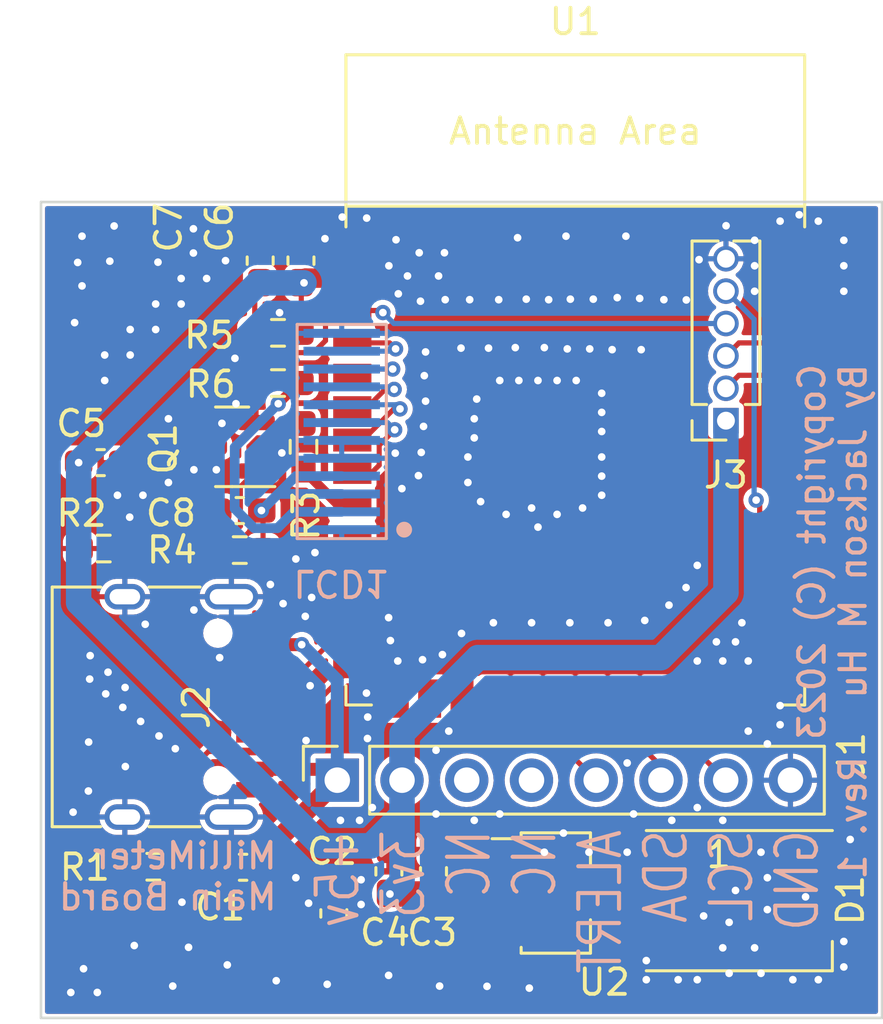
<source format=kicad_pcb>
(kicad_pcb (version 20211014) (generator pcbnew)
  (layers (0 "F.Cu" signal) (31 "B.Cu" signal) (34 "B.Paste" user) (35 "F.Paste" user) (36 "B.SilkS" user "B.Silkscreen") (37 "F.SilkS" user "F.Silkscreen") (38 "B.Mask" user) (39 "F.Mask" user) (44 "Edge.Cuts" user))
  (net 0 "")
  (net 1 "+5V")
  (net 2 "GND")
  (net 3 "+3V3")
  (net 4 "EN")
  (net 6 "STAT_LED")
  (net 9 "ALERT")
  (net 10 "SDA")
  (net 11 "SCL")
  (net 12 "Net-(J2-PadA5)")
  (net 13 "USB_DP")
  (net 14 "USB_DM")
  (net 16 "Net-(J2-PadB5)")
  (net 18 "DBG_TXD")
  (net 19 "DBG_RXD")
  (net 20 "BOOT")
  (net 21 "LEDK")
  (net 22 "DISP_DC")
  (net 23 "DISP_CS")
  (net 24 "DISP_SCLK")
  (net 25 "DISP_DATA")
  (net 26 "DISP_RST")
  (net 27 "Net-(Q1-Pad1)")
  (net 28 "Net-(Q1-Pad3)")
  (net 29 "DISP_BL")
  (footprint "Capacitor_SMD:C_0603_1608Metric_Pad1.08x0.95mm_HandSolder" (layer "F.Cu") (at 89.6 90.3 90)
    (fp_text reference "C7")
    (fp_text value "1uF")
  )
  (footprint "Package_TO_SOT_SMD:SOT-23" (layer "F.Cu") (at 88.5 97.6 180)
    (fp_text reference "Q1")
    (fp_text value "S8050")
  )
  (footprint "Capacitor_SMD:C_0603_1608Metric_Pad1.08x0.95mm_HandSolder" (layer "F.Cu") (at 91.2 90.3 90)
    (fp_text reference "C6")
    (fp_text value "0.1uF")
  )
  (footprint "Capacitor_SMD:C_0603_1608Metric_Pad1.08x0.95mm_HandSolder" (layer "F.Cu") (at 83.34 98.22)
    (fp_text reference "C5")
    (fp_text value "10uF")
  )
  (footprint "Connector_PinSocket_1.27mm:PinSocket_1x06_P1.27mm_Vertical" (layer "F.Cu") (at 107.875 96.575 180)
    (fp_text reference "J3")
    (fp_text value "HOST_PROG")
  )
  (footprint "Capacitor_SMD:C_0603_1608Metric_Pad1.08x0.95mm_HandSolder" (layer "F.Cu") (at 88.8 100.1 180)
    (fp_text reference "C8")
    (fp_text value "0.1uF")
  )
  (footprint "Connector_USB:USB_C_Receptacle_HRO_TYPE-C-31-M-12" (layer "F.Cu") (at 85.34 107.8 -90)
    (fp_text reference "J2")
    (fp_text value "USB_CDC")
  )
  (footprint "Resistor_SMD:R_0603_1608Metric_Pad0.98x0.95mm_HandSolder" (layer "F.Cu") (at 83.46 101.59 180)
    (fp_text reference "R2")
    (fp_text value "5.11k")
  )
  (footprint "Espressif:ESP32-S3-WROOM-1" (layer "F.Cu") (at 101.965 97.975)
    (fp_text reference "U1")
    (fp_text value "ESP32-S3-WROOM-1")
  )
  (footprint "Resistor_SMD:R_0603_1608Metric_Pad0.98x0.95mm_HandSolder" (layer "F.Cu") (at 88.8 101.65 180)
    (fp_text reference "R4")
    (fp_text value "10k")
  )
  (footprint "Resistor_SMD:R_0603_1608Metric_Pad0.98x0.95mm_HandSolder" (layer "F.Cu") (at 90.3 95.1)
    (fp_text reference "R6")
    (fp_text value "10R")
  )
  (footprint "Capacitor_SMD:C_0603_1608Metric_Pad1.08x0.95mm_HandSolder" (layer "F.Cu") (at 96.4 114.25 90)
    (fp_text reference "C3")
    (fp_text value "0.1uF")
  )
  (footprint "Capacitor_SMD:C_0603_1608Metric_Pad1.08x0.95mm_HandSolder" (layer "F.Cu") (at 88.93 114.09 180)
    (fp_text reference "C1")
    (fp_text value "10uF")
  )
  (footprint "Resistor_SMD:R_0603_1608Metric_Pad0.98x0.95mm_HandSolder" (layer "F.Cu") (at 85.41 114.07 180)
    (fp_text reference "R1")
    (fp_text value "5.11k")
  )
  (footprint "Package_TO_SOT_SMD:SOT-89-3_Handsoldering" (layer "F.Cu") (at 100.9 115.1)
    (fp_text reference "U2")
    (fp_text value "AMS1117/WL9005P3")
  )
  (footprint "Connector_PinSocket_2.54mm:PinSocket_1x08_P2.54mm_Vertical" (layer "F.Cu") (at 92.625 110.675 90)
    (fp_text reference "J1")
    (fp_text value "ADC")
  )
  (footprint "Resistor_SMD:R_0603_1608Metric_Pad0.98x0.95mm_HandSolder" (layer "F.Cu") (at 90.3 93.13 180)
    (fp_text reference "R5")
    (fp_text value "10k")
  )
  (footprint "LED_SMD:LED_WS2812B_PLCC4_5.0x5.0mm_P3.2mm" (layer "F.Cu") (at 108.4 115.4)
    (fp_text reference "D1")
    (fp_text value "WS2812B")
  )
  (footprint "Capacitor_SMD:C_0603_1608Metric_Pad1.08x0.95mm_HandSolder" (layer "F.Cu") (at 92.49 115.9 90)
    (fp_text reference "C2")
    (fp_text value "0.1uF")
  )
  (footprint "Capacitor_SMD:C_0603_1608Metric_Pad1.08x0.95mm_HandSolder" (layer "F.Cu") (at 94.65 114.25 90)
    (fp_text reference "C4")
    (fp_text value "10uF")
  )
  (footprint "Resistor_SMD:R_0603_1608Metric_Pad0.98x0.95mm_HandSolder" (layer "F.Cu") (at 91.3 97.6 90)
    (fp_text reference "R3")
    (fp_text value "1k")
  )
  (footprint "JackcoLib:ST7789V_1.5_IPS_PG04" (layer "B.Cu") (at 92.8 97)
    (fp_text reference "LCD1")
    (fp_text value "IPS_LCD")
  )
  (gr_line (start 81 88) (end 114 88) (layer "Edge.Cuts") (width 0.1))
  (gr_line (start 81 120) (end 81 88) (layer "Edge.Cuts") (width 0.1))
  (gr_line (start 114 120) (end 81 120) (layer "Edge.Cuts") (width 0.1))
  (gr_line (start 114 88) (end 114 120) (layer "Edge.Cuts") (width 0.1))
  (gr_text "MilliMeter\nMain Board" (at 90.34 114.45) (layer "B.SilkS") (effects (font (size 1 1) (thickness 0.16)) (justify left mirror)))
  (gr_text "Copyright (C) 2023 \nBy Jackson M Hu   Rev. 1" (at 112.06 94.26 90) (layer "B.SilkS") (effects (font (size 1 1) (thickness 0.16)) (justify left mirror)))
  (gr_text "+5v\n3v3\nNC\nNC\nALERT\nSDA\nSCL\nGND" (at 101.66 112.52 90) (layer "B.SilkS") (effects (font (size 1.6 1.3) (thickness 0.16)) (justify left mirror)))
  (segment (start 90.528 105.36) (end 90.518 105.35) (width 0.508) (layer "F.Cu") (net 1))
  (segment (start 91.23 105.36) (end 90.528 105.36) (width 0.508) (layer "F.Cu") (net 1))
  (segment (start 90.9025 116.7625) (end 92.49 116.7625) (width 0.762) (layer "F.Cu") (net 1))
  (segment (start 90.518 105.35) (end 89.385 105.35) (width 0.508) (layer "F.Cu") (net 1))
  (segment (start 89.7925 114.09) (end 89.7925 113.5075) (width 0.762) (layer "F.Cu") (net 1))
  (segment (start 105.95 115.13) (end 104.3 116.78) (width 0.508) (layer "F.Cu") (net 1))
  (segment (start 98.93 116.78) (end 98.75 116.6) (width 0.508) (layer "F.Cu") (net 1))
  (segment (start 98.5875 116.7625) (end 98.75 116.6) (width 0.762) (layer "F.Cu") (net 1))
  (segment (start 89.7925 113.5075) (end 92.625 110.675) (width 0.762) (layer "F.Cu") (net 1))
  (segment (start 104.3 116.78) (end 98.93 116.78) (width 0.508) (layer "F.Cu") (net 1))
  (segment (start 105.95 113.75) (end 105.95 115.13) (width 0.508) (layer "F.Cu") (net 1))
  (segment (start 89.7925 114.09) (end 89.7925 115.6525) (width 0.762) (layer "F.Cu") (net 1))
  (segment (start 89.7925 115.6525) (end 90.9025 116.7625) (width 0.762) (layer "F.Cu") (net 1))
  (segment (start 89.385 110.25) (end 92.2 110.25) (width 0.508) (layer "F.Cu") (net 1))
  (segment (start 92.49 116.7625) (end 98.5875 116.7625) (width 0.762) (layer "F.Cu") (net 1))
  (via (at 91.23 105.36) (size 0.6) (drill 0.3) (layers "F.Cu" "B.Cu") (net 1))
  (segment (start 91.23 105.36) (end 92.625 106.755) (width 0.508) (layer "B.Cu") (net 1))
  (segment (start 92.625 106.755) (end 92.625 110.675) (width 0.508) (layer "B.Cu") (net 1))
  (segment (start 88.63567 97.975671) (end 88.111341 98.5) (width 0.2032) (layer "F.Cu") (net 2))
  (segment (start 88.111341 98.5) (end 87.88 98.5) (width 0.2032) (layer "F.Cu") (net 2))
  (segment (start 92.9375 89.4375) (end 93.215 89.715) (width 0.762) (layer "F.Cu") (net 2))
  (segment (start 96.4 113.3875) (end 98.5375 113.3875) (width 0.762) (layer "F.Cu") (net 2))
  (segment (start 88.63567 97.45183) (end 88.63567 97.975671) (width 0.2032) (layer "F.Cu") (net 2))
  (segment (start 89.4375 96.65) (end 88.63567 97.45183) (width 0.2032) (layer "F.Cu") (net 2))
  (segment (start 91.2 89.4375) (end 92.1425 89.4375) (width 0.762) (layer "F.Cu") (net 2))
  (segment (start 92.1425 89.4375) (end 92.9375 89.4375) (width 0.762) (layer "F.Cu") (net 2))
  (segment (start 98.5375 113.3875) (end 98.75 113.6) (width 0.762) (layer "F.Cu") (net 2))
  (segment (start 87.88 98.5) (end 87 98.5) (width 0.2032) (layer "F.Cu") (net 2))
  (via (at 104.75 117.75) (size 0.6) (drill 0.3) (layers "F.Cu" "B.Cu") (net 2))
  (via (at 108.75 106) (size 0.6) (drill 0.3) (layers "F.Cu" "B.Cu") (net 2))
  (via (at 101.65 93.76) (size 0.6) (drill 0.3) (layers "F.Cu" "B.Cu") (net 2))
  (via (at 107.5 105.25) (size 0.6) (drill 0.3) (layers "F.Cu" "B.Cu") (net 2))
  (via (at 94.71 105.2) (size 0.6) (drill 0.3) (layers "F.Cu" "B.Cu") (net 2))
  (via (at 86.5 91) (size 0.6) (drill 0.3) (layers "F.Cu" "B.Cu") (net 2))
  (via (at 106.75 106) (size 0.6) (drill 0.3) (layers "F.Cu" "B.Cu") (net 2))
  (via (at 102.5 113.5) (size 0.6) (drill 0.3) (layers "F.Cu" "B.Cu") (net 2))
  (via (at 101.25 100.25) (size 0.6) (drill 0.3) (layers "F.Cu" "B.Cu") (net 2))
  (via (at 84 99.5) (size 0.6) (drill 0.3) (layers "F.Cu" "B.Cu") (net 2))
  (via (at 94.64 118.33) (size 0.6) (drill 0.3) (layers "F.Cu" "B.Cu") (net 2))
  (via (at 91.37 104.25) (size 0.6) (drill 0.3) (layers "F.Cu" "B.Cu") (net 2))
  (via (at 83.7 90.32) (size 0.6) (drill 0.3) (layers "F.Cu" "B.Cu") (net 2))
  (via (at 112.75 113) (size 0.6) (drill 0.3) (layers "F.Cu" "B.Cu") (net 2))
  (via (at 85.63 108.94) (size 0.6) (drill 0.3) (layers "F.Cu" "B.Cu") (net 2))
  (via (at 88.24 90.3) (size 0.6) (drill 0.3) (layers "F.Cu" "B.Cu") (net 2))
  (via (at 82.67 118.07) (size 0.6) (drill 0.3) (layers "F.Cu" "B.Cu") (net 2))
  (via (at 98.25 99.75) (size 0.6) (drill 0.3) (layers "F.Cu" "B.Cu") (net 2))
  (via (at 104.55 93.79) (size 0.6) (drill 0.3) (layers "F.Cu" "B.Cu") (net 2))
  (via (at 109.25 113.5) (size 0.6) (drill 0.3) (layers "F.Cu" "B.Cu") (net 2))
  (via (at 98.56 93.73) (size 0.6) (drill 0.3) (layers "F.Cu" "B.Cu") (net 2))
  (via (at 103 96.25) (size 0.6) (drill 0.3) (layers "F.Cu" "B.Cu") (net 2))
  (via (at 97.48 93.73) (size 0.6) (drill 0.3) (layers "F.Cu" "B.Cu") (net 2))
  (via (at 99.25 100.25) (size 0.6) (drill 0.3) (layers "F.Cu" "B.Cu") (net 2))
  (via (at 92.82 88.59) (size 0.6) (drill 0.3) (layers "F.Cu" "B.Cu") (net 2))
  (via (at 100.75 113.5) (size 0.6) (drill 0.3) (layers "F.Cu" "B.Cu") (net 2))
  (via (at 109 91.5) (size 0.6) (drill 0.3) (layers "F.Cu" "B.Cu") (net 2))
  (via (at 86.5 92) (size 0.6) (drill 0.3) (layers "F.Cu" "B.Cu") (net 2))
  (via (at 84.3 107.04) (size 0.6) (drill 0.3) (layers "F.Cu" "B.Cu") (net 2))
  (via (at 100.5 100.75) (size 0.6) (drill 0.3) (layers "F.Cu" "B.Cu") (net 2))
  (via (at 109.5 115.75) (size 0.6) (drill 0.3) (layers "F.Cu" "B.Cu") (net 2))
  (via (at 109.5 114.5) (size 0.6) (drill 0.3) (layers "F.Cu" "B.Cu") (net 2))
  (via (at 83.5 95) (size 0.6) (drill 0.3) (layers "F.Cu" "B.Cu") (net 2))
  (via (at 102.53 93.76) (size 0.6) (drill 0.3) (layers "F.Cu" "B.Cu") (net 2))
  (via (at 110 88.75) (size 0.6) (drill 0.3) (layers "F.Cu" "B.Cu") (net 2))
  (via (at 95.38 90.9) (size 0.6) (drill 0.3) (layers "F.Cu" "B.Cu") (net 2))
  (via (at 84.91 108.37) (size 0.6) (drill 0.3) (layers "F.Cu" "B.Cu") (net 2))
  (via (at 96.75 105.75) (size 0.6) (drill 0.3) (layers "F.Cu" "B.Cu") (net 2))
  (via (at 103 98.75) (size 0.6) (drill 0.3) (layers "F.Cu" "B.Cu") (net 2))
  (via (at 83.63 106.44) (size 0.6) (drill 0.3) (layers "F.Cu" "B.Cu") (net 2))
  (via (at 100.04 91.81) (size 0.6) (drill 0.3) (layers "F.Cu" "B.Cu") (net 2))
  (via (at 96.09 93.88) (size 0.6) (drill 0.3) (layers "F.Cu" "B.Cu") (net 2))
  (via (at 87 104) (size 0.6) (drill 0.3) (layers "F.Cu" "B.Cu") (net 2))
  (via (at 108 116.25) (size 0.6) (drill 0.3) (layers "F.Cu" "B.Cu") (net 2))
  (via (at 82.61 89.34) (size 0.6) (drill 0.3) (layers "F.Cu" "B.Cu") (net 2))
  (via (at 101.77 91.81) (size 0.6) (drill 0.3) (layers "F.Cu" "B.Cu") (net 2))
  (via (at 104.49 91.78) (size 0.6) (drill 0.3) (layers "F.Cu" "B.Cu") (net 2))
  (via (at 97 108.75) (size 0.6) (drill 0.3) (layers "F.Cu" "B.Cu") (net 2))
  (via (at 85.09 104.56) (size 0.6) (drill 0.3) (layers "F.Cu" "B.Cu") (net 2))
  (via (at 91.4 109.12) (size 0.6) (drill 0.3) (layers "F.Cu" "B.Cu") (net 2))
  (via (at 86.53 115.46) (size 0.6) (drill 0.3) (layers "F.Cu" "B.Cu") (net 2))
  (via (at 90.36 92.34) (size 0.6) (drill 0.3) (layers "F.Cu" "B.Cu") (net 2))
  (via (at 87.5 91) (size 0.6) (drill 0.3) (layers "F.Cu" "B.Cu") (net 2))
  (via (at 93.78 88.63) (size 0.6) (drill 0.3) (layers "F.Cu" "B.Cu") (net 2))
  (via (at 86.27 109.44) (size 0.6) (drill 0.3) (layers "F.Cu" "B.Cu") (net 2))
  (via (at 93.56 115.55) (size 0.6) (drill 0.3) (layers "F.Cu" "B.Cu") (net 2))
  (via (at 108.5 104.5) (size 0.6) (drill 0.3) (layers "F.Cu" "B.Cu") (net 2))
  (via (at 82.61 91.29) (size 0.6) (drill 0.3) (layers "F.Cu" "B.Cu") (net 2))
  (via (at 99.61 93.71) (size 0.6) (drill 0.3) (layers "F.Cu" "B.Cu") (net 2))
  (via (at 100.92 91.83) (size 0.6) (drill 0.3) (layers "F.Cu" "B.Cu") (net 2))
  (via (at 90.5 103.75) (size 0.6) (drill 0.3) (layers "F.Cu" "B.Cu") (net 2))
  (via (at 93.56 114.58) (size 0.6) (drill 0.3) (layers "F.Cu" "B.Cu") (net 2))
  (via (at 107.75 106) (size 0.6) (drill 0.3) (layers "F.Cu" "B.Cu") (net 2))
  (via (at 88.61 94.13) (size 0.6) (drill 0.3) (layers "F.Cu" "B.Cu") (net 2))
  (via (at 97.82 91.83) (size 0.6) (drill 0.3) (layers "F.Cu" "B.Cu") (net 2))
  (via (at 83.5 94) (size 0.6) (drill 0.3) (layers "F.Cu" "B.Cu") (net 2))
  (via (at 83.87 88.94) (size 0.6) (drill 0.3) (layers "F.Cu" "B.Cu") (net 2))
  (via (at 106.82 90.26) (size 0.6) (drill 0.3) (layers "F.Cu" "B.Cu") (net 2))
  (via (at 100.25 100) (size 0.6) (drill 0.3) (layers "F.Cu" "B.Cu") (net 2))
  (via (at 103.41 93.79) (size 0.6) (drill 0.3) (layers "F.Cu" "B.Cu") (net 2))
  (via (at 95.84 89.99) (size 0.6) (drill 0.3) (layers "F.Cu" "B.Cu") (net 2))
  (via (at 95.89 91.89) (size 0.6) (drill 0.3) (layers "F.Cu" "B.Cu") (net 2))
  (via (at 109.5 109.25) (size 0.6) (drill 0.3) (layers "F.Cu" "B.Cu") (net 2))
  (via (at 109.25 118.25) (size 0.6) (drill 0.3) (layers "F.Cu" "B.Cu") (net 2))
  (via (at 104 113.5) (size 0.6) (drill 0.3) (layers "F.Cu" "B.Cu") (net 2))
  (via (at 82.44 90.37) (size 0.6) (drill 0.3) (layers "F.Cu" "B.Cu") (net 2))
  (via (at 99.75 95) (size 0.6) (drill 0.3) (layers "F.Cu" "B.Cu") (net 2))
  (via (at 95 106) (size 0.6) (drill 0.3) (layers "F.Cu" "B.Cu") (net 2))
  (via (at 103.95 89.34) (size 0.6) (drill 0.3) (layers "F.Cu" "B.Cu") (net 2))
  (via (at 99.7 89.4) (size 0.6) (drill 0.3) (layers "F.Cu" "B.Cu") (net 2))
  (via (at 91.75 101.75) (size 0.6) (drill 0.3) (layers "F.Cu" "B.Cu") (net 2))
  (via (at 106.32 91.84) (size 0.6) (drill 0.3) (layers "F.Cu" "B.Cu") (net 2))
  (via (at 88.65 95.91) (size 0.6) (drill 0.3) (layers "F.Cu" "B.Cu") (net 2))
  (via (at 105.75 112.25) (size 0.6) (drill 0.3) (layers "F.Cu" "B.Cu") (net 2))
  (via (at 82.91 106.71) (size 0.6) (drill 0.3) (layers "F.Cu" "B.Cu") (net 2))
  (via (at 103 99.5) (size 0.6) (drill 0.3) (layers "F.Cu" "B.Cu") (net 2))
  (via (at 108 118.25) (size 0.6) (drill 0.3) (layers "F.Cu" "B.Cu") (net 2))
  (via (at 91 102) (size 0.6) (drill 0.3) (layers "F.Cu" "B.Cu") (net 2))
  (via (at 108.25 115) (size 0.6) (drill 0.3) (layers "F.Cu" "B.Cu") (net 2))
  (via (at 99 95) (size 0.6) (drill 0.3) (layers "F.Cu" "B.Cu") (net 2))
  (via (at 107 116) (size 0.6) (drill 0.3) (layers "F.Cu" "B.Cu") (net 2))
  (via (at 85.5 93) (size 0.6) (drill 0.3) (layers "F.Cu" "B.Cu") (net 2))
  (via (at 85.5 92) (size 0.6) (drill 0.3) (layers "F.Cu" "B.Cu") (net 2))
  (via (at 90.45 97.84) (size 0.6) (drill 0.3) (layers "F.Cu" "B.Cu") (net 2))
  (via (at 103.61 91.75) (size 0.6) (drill 0.3) (layers "F.Cu" "B.Cu") (net 2))
  (via (at 112.5 117) (size 0.6) (drill 0.3) (layers "F.Cu" "B.Cu") (net 2))
  (via (at 98 96.5) (size 0.6) (drill 0.3) (layers "F.Cu" "B.Cu") (net 2))
  (via (at 84.5 94) (size 0.6) (drill 0.3) (layers "F.Cu" "B.Cu") (net 2))
  (via (at 87 98.5) (size 0.6) (drill 0.3) (layers "F.Cu" "B.Cu") (net 2))
  (via (at 109 90.5) (size 0.6) (drill 0.3) (layers "F.Cu" "B.Cu") (net 2))
  (via (at 105.44 91.83) (size 0.6) (drill 0.3) (layers "F.Cu" "B.Cu") (net 2))
  (via (at 106.75 102.25) (size 0.6) (drill 0.3) (layers "F.Cu" "B.Cu") (net 2))
  (via (at 92.75 112.25) (size 0.6) (drill 0.3) (layers "F.Cu" "B.Cu") (net 2))
  (via (at 106.75 118.5) (size 0.6) (drill 0.3) (layers "F.Cu" "B.Cu") (net 2))
  (via (at 88.31 117.92) (size 0.6) (drill 0.3) (layers "F.Cu" "B.Cu") (net 2))
  (via (at 103.25 104.5) (size 0.6) (drill 0.3) (layers "F.Cu" "B.Cu") (net 2))
  (via (at 94.93 89.48) (size 0.6) (drill 0.3) (layers "F.Cu" "B.Cu") (net 2))
  (via (at 93.81 109.04) (size 0.6) (drill 0.3) (layers "F.Cu" "B.Cu") (net 2))
  (via (at 110.75 88.5) (size 0.6) (drill 0.3) (layers "F.Cu" "B.Cu") (net 2))
  (via (at 93.82 108.2) (size 0.6) (drill 0.3) (layers "F.Cu" "B.Cu") (net 2))
  (via (at 85 99.5) (size 0.6) (drill 0.3) (layers "F.Cu" "B.Cu") (net 2))
  (via (at 96.09 95.81) (size 0.6) (drill 0.3) (layers "F.Cu" "B.Cu") (net 2))
  (via (at 107.75 112.25) (size 0.6) (drill 0.3) (layers "F.Cu" "B.Cu") (net 2))
  (via (at 98.5 118.76) (size 0.6) (drill 0.3) (layers "F.Cu" "B.Cu") (net 2))
  (via (at 98.096503 95.727809) (size 0.6) (drill 0.3) (layers "F.Cu" "B.Cu") (net 2))
  (via (at 104.69 104.41) (size 0.6) (drill 0.3) (layers "F.Cu" "B.Cu") (net 2))
  (via (at 91.5 115.5) (size 0.6) (drill 0.3) (layers "F.Cu" "B.Cu") (net 2))
  (via (at 98.96 91.83) (size 0.6) (drill 0.3) (layers "F.Cu" "B.Cu") (net 2))
  (via (at 96.86 91.83) (size 0.6) (drill 0.3) (layers "F.Cu" "B.Cu") (net 2))
  (via (at 84.66 117.16) (size 0.6) (drill 0.3) (layers "F.Cu" "B.Cu") (net 2))
  (via (at 94.65 90.5) (size 0.6) (drill 0.3) (layers "F.Cu" "B.Cu") (net 2))
  (via (at 105.64 103.81) (size 0.6) (drill 0.3) (layers "F.Cu" "B.Cu") (net 2))
  (via (at 107.88 88.93) (size 0.6) (drill 0.3) (layers "F.Cu" "B.Cu") (net 2))
  (via (at 108.25 105.25) (size 0.6) (drill 0.3) (layers "F.Cu" "B.Cu") (net 2))
  (via (at 98 112.25) (size 0.6) (drill 0.3) (layers "F.Cu" "B.Cu") (net 2))
  (via (at 82.93 105.79) (size 0.6) (drill 0.3) (layers "F.Cu" "B.Cu") (net 2))
  (via (at 95.81 98.73) (size 0.6) (drill 0.3) (layers "F.Cu" "B.Cu") (net 2))
  (via (at 84.48 100.36) (size 0.6) (drill 0.3) (layers "F.Cu" "B.Cu") (net 2))
  (via (at 111 115.25) (size 0.6) (drill 0.3) (layers "F.Cu" "B.Cu") (net 2))
  (via (at 99 112) (size 0.6) (drill 0.3) (layers "F.Cu" "B.Cu") (net 2))
  (via (at 82.26 111.93) (size 0.6) (drill 0.3) (layers "F.Cu" "B.Cu") (net 2))
  (via (at 98 97.25) (size 0.6) (drill 0.3) (layers "F.Cu" "B.Cu") (net 2))
  (via (at 94 111.75) (size 0.6) (drill 0.3) (layers "F.Cu" "B.Cu") (net 2))
  (via (at 100.16 118.83) (size 0.6) (drill 0.3) (layers "F.Cu" "B.Cu") (net 2))
  (via (at 93.77 107.26) (size 0.6) (drill 0.3) (layers "F.Cu" "B.Cu") (net 2))
  (via (at 104 110) (size 0.6) (drill 0.3) (layers "F.Cu" "B.Cu") (net 2))
  (via (at 96.04 94.81) (size 0.6) (drill 0.3) (layers "F.Cu" "B.Cu") (net 2))
  (via (at 90 103) (size 0.6) (drill 0.3) (layers "F.Cu" "B.Cu") (net 2))
  (via (at 103 98) (size 0.6) (drill 0.3) (layers "F.Cu" "B.Cu") (net 2))
  (via (at 90.23 118.54) (size 0.6) (drill 0.3) (layers "F.Cu" "B.Cu") (net 2))
  (via (at 103 97) (size 0.6) (drill 0.3) (layers "F.Cu" "B.Cu") (net 2))
  (via (at 100.25 104.5) (size 0.6) (drill 0.3) (layers "F.Cu" "B.Cu") (net 2))
  (via (at 98.75 104.5) (size 0.6) (drill 0.3) (layers "F.Cu" "B.Cu") (net 2))
  (via (at 101.5 112.75) (size 0.6) (drill 0.3) (layers "F.Cu" "B.Cu") (net 2))
  (via (at 94.9 97.85) (size 0.6) (drill 0.3) (layers "F.Cu" "B.Cu") (net 2))
  (via (at 100.5 95) (size 0.6) (drill 0.3) (layers "F.Cu" "B.Cu") (net 2))
  (via (at 101.75 104.5) (size 0.6) (drill 0.3) (layers "F.Cu" "B.Cu") (net 2))
  (via (at 88.1 96.68) (size 0.6) (drill 0.3) (layers "F.Cu" "B.Cu") (net 2))
  (via (at 86 99) (size 0.6) (drill 0.3) (layers "F.Cu" "B.Cu") (net 2))
  (via (at 82.17 119) (size 0.6) (drill 0.3) (layers "F.Cu" "B.Cu") (net 2))
  (via (at 102.25 100) (size 0.6) (drill 0.3) (layers "F.Cu" "B.Cu") (net 2))
  (via (at 104.25 112) (size 0.6) (drill 0.3) (layers "F.Cu" "B.Cu") (net 2))
  (via (at 111.5 118.5) (size 0.6) (drill 0.3) (layers "F.Cu" "B.Cu") (net 2))
  (via (at 112.5 90.5) (size 0.6) (drill 0.3) (layers "F.Cu" "B.Cu") (net 2))
  (via (at 109 89.5) (size 0.6) (drill 0.3) (layers "F.Cu" "B.Cu") (net 2))
  (via (at 93.5 112.25) (size 0.6) (drill 0.3) (layers "F.Cu" "B.Cu") (net 2))
  (via (at 95.02 91.6) (size 0.6) (drill 0.3) (layers "F.Cu" "B.Cu") (net 2))
  (via (at 108.75 108.75) (size 0.6) (drill 0.3) (layers "F.Cu" "B.Cu") (net 2))
  (via (at 101.6 89.34) (size 0.6) (drill 0.3) (layers "F.Cu" "B.Cu") (net 2))
  (via (at 96.5 109.5) (size 0.6) (drill 0.3) (layers "F.Cu" "B.Cu") (net 2))
  (via (at 88.01 105.87) (size 0.6) (drill 0.3) (layers "F.Cu" "B.Cu") (net 2))
  (via (at 96.83 89.99) (size 0.6) (drill 0.3) (layers "F.Cu" "B.Cu") (net 2))
  (via (at 96.5 112) (size 0.6) (drill 0.3) (layers "F.Cu" "B.Cu") (net 2))
  (via (at 91.62 103.51) (size 0.6) (drill 0.3) (layers "F.Cu" "B.Cu") (net 2))
  (via (at 86.98 89.05) (size 0.6) (drill 0.3) (layers "F.Cu" "B.Cu") (net 2))
  (via (at 102.67 91.81) (size 0.6) (drill 0.3) (layers "F.Cu" "B.Cu") (net 2))
  (via (at 84.21 107.82) (size 0.6) (drill 0.3) (layers "F.Cu" "B.Cu") (net 2))
  (via (at 111.5 88.75) (size 0.6) (drill 0.3) (layers "F.Cu" "B.Cu") (net 2))
  (via (at 112.5 91.5) (size 0.6) (drill 0.3) (layers "F.Cu" "B.Cu") (net 2))
  (via (at 82.86 111.1) (size 0.6) (drill 0.3) (layers "F.Cu" "B.Cu") (net 2))
  (via (at 86.79 117.23) (size 0.6) (drill 0.3) (layers "F.Cu" "B.Cu") (net 2))
  (via (at 103 95.5) (size 0.6) (drill 0.3) (layers "F.Cu" "B.Cu") (net 2))
  (via (at 94.64 104.3) (size 0.6) (drill 0.3) (layers "F.Cu" "B.Cu") (net 2))
  (via (at 112.5 118) (size 0.6) (drill 0.3) (layers "F.Cu" "B.Cu") (net 2))
  (via (at 86.17 118.75) (size 0.6) (drill 0.3) (layers "F.Cu" "B.Cu") (net 2))
  (via (at 101.25 95) (size 0.6) (drill 0.3) (layers "F.Cu" "B.Cu") (net 2))
  (via (at 83.54 107.29) (size 0.6) (drill 0.3) (layers "F.Cu" "B.Cu") (net 2))
  (via (at 112.5 89.5) (size 0.6) (drill 0.3) (layers "F.Cu" "B.Cu") (net 2))
  (via (at 92.1425 89.4375) (size 0.6) (drill 0.3) (layers "F.Cu" "B.Cu") (net 2))
  (via (at 110.5 118.5) (size 0.6) (drill 0.3) (layers "F.Cu" "B.Cu") (net 2))
  (via (at 100.75 93.71) (size 0.6) (drill 0.3) (layers "F.Cu" "B.Cu") (net 2))
  (via (at 91 114.5) (size 0.6) (drill 0.3) (layers "F.Cu" "B.Cu") (net 2))
  (via (at 95.97 105.95) (size 0.6) (drill 0.3) (layers "F.Cu" "B.Cu") (net 2))
  (via (at 91.56 106.97) (size 0.6) (drill 0.3) (layers "F.Cu" "B.Cu") (net 2))
  (via (at 87.88 98.5) (size 0.6) (drill 0.3) (layers "F.Cu" "B.Cu") (net 2))
  (via (at 86 96.5) (size 0.6) (drill 0.3) (layers "F.Cu" "B.Cu") (net 2))
  (via (at 102 95) (size 0.6) (drill 0.3) (layers "F.Cu" "B.Cu") (net 2))
  (via (at 106.75 111.75) (size 0.6) (drill 0.3) (layers "F.Cu" "B.Cu") (net 2))
  (via (at 110 108.5) (size 0.6) (drill 0.3) (layers "F.Cu" "B.Cu") (net 2))
  (via (at 83.21 119) (size 0.6) (drill 0.3) (layers "F.Cu" "B.Cu") (net 2))
  (via (at 97.5 104.92) (size 0.6) (drill 0.3) (layers "F.Cu" "B.Cu") (net 2))
  (via (at 85.59 90.36) (size 0.6) (drill 0.3) (layers "F.Cu" "B.Cu") (net 2))
  (via (at 84.5 93) (size 0.6) (drill 0.3) (layers "F.Cu" "B.Cu") (net 2))
  (via (at 84.31 110.14) (size 0.6) (drill 0.3) (layers "F.Cu" "B.Cu") (net 2))
  (via (at 82.32 92.73) (size 0.6) (drill 0.3) (layers "F.Cu" "B.Cu") (net 2))
  (via (at 86.98 90) (size 0.6) (drill 0.3) (layers "F.Cu" "B.Cu") (net 2))
  (via (at 106 118.5) (size 0.6) (drill 0.3) (layers "F.Cu" "B.Cu") (net 2))
  (via (at 110 107.75) (size 0.6) (drill 0.3) (layers "F.Cu" "B.Cu") (net 2))
  (via (at 109 117.25) (size 0.6) (drill 0.3) (layers "F.Cu" "B.Cu") (net 2))
  (via (at 107.75 117.25) (size 0.6) (drill 0.3) (layers "F.Cu" "B.Cu") (net 2))
  (via (at 96.6 90.9) (size 0.6) (drill 0.3) (layers "F.Cu" "B.Cu") (net 2))
  (via (at 96.64 118.75) (size 0.6) (drill 0.3) (layers "F.Cu" "B.Cu") (net 2))
  (via (at 92.23 118.68) (size 0.6) (drill 0.3) (layers "F.Cu" "B.Cu") (net 2))
  (via (at 95.16 99.24) (size 0.6) (drill 0.3) (layers "F.Cu" "B.Cu") (net 2))
  (via (at 106.31 103.12) (size 0.6) (drill 0.3) (layers "F.Cu" "B.Cu") (net 2))
  (via (at 97.75 99) (size 0.6) (drill 0.3) (layers "F.Cu" "B.Cu") (net 2))
  (via (at 96.01 96.8) (size 0.6) (drill 0.3) (layers "F.Cu" "B.Cu") (net 2))
  (via (at 97.75 98) (size 0.6) (drill 0.3) (layers "F.Cu" "B.Cu") (net 2))
  (via (at 82.87 109.18) (size 0.6) (drill 0.3) (layers "F.Cu" "B.Cu") (net 2))
  (via (at 95.92 97.82) (size 0.6) (drill 0.3) (layers "F.Cu" "B.Cu") (net 2))
  (via (at 104.75 118.5) (size 0.6) (drill 0.3) (layers "F.Cu" "B.Cu") (net 2))
  (segment (start 94.4 97.35) (end 92.8 97.35) (width 0.2) (layer "B.Cu") (net 2))
  (segment (start 94.9 97.85) (end 94.7 98.05) (width 0.2) (layer "B.Cu") (net 2))
  (segment (start 94.7 98.05) (end 92.8 98.05) (width 0.2) (layer "B.Cu") (net 2))
  (segment (start 94.9 97.85) (end 94.4 97.35) (width 0.2) (layer "B.Cu") (net 2))
  (segment (start 91.2125 93.13) (end 91.2125 91.175) (width 0.2032) (layer "F.Cu") (net 3))
  (segment (start 93.215 90.985) (end 91.3775 90.985) (width 0.762) (layer "F.Cu") (net 3))
  (segment (start 96.3725 115.14) (end 96.4 115.1125) (width 1) (layer "F.Cu") (net 3))
  (segment (start 89.65 100.1) (end 89.7125 100.1625) (width 0.2) (layer "F.Cu") (net 3))
  (segment (start 91.3775 90.985) (end 91.2 91.1625) (width 0.762) (layer "F.Cu") (net 3))
  (segment (start 96.4125 115.1) (end 96.4 115.1125) (width 0.762) (layer "F.Cu") (net 3))
  (segment (start 91.2125 91.175) (end 91.2 91.1625) (width 0.2032) (layer "F.Cu") (net 3))
  (segment (start 89.7125 100.1625) (end 89.7125 101.65) (width 0.2) (layer "F.Cu") (net 3))
  (segment (start 98.8375 115.1) (end 96.4125 115.1) (width 0.762) (layer "F.Cu") (net 3))
  (segment (start 94.69 115.14) (end 96.3725 115.14) (width 1) (layer "F.Cu") (net 3))
  (via (at 94.69 115.14) (size 0.6) (drill 0.3) (layers "F.Cu" "B.Cu") (net 3))
  (via (at 91.32 91.17) (size 0.6) (drill 0.3) (layers "F.Cu" "B.Cu") (net 3))
  (via (at 89.65 100.1) (size 0.6) (drill 0.3) (layers "F.Cu" "B.Cu") (net 3))
  (via (at 82.4775 98.22) (size 0.6) (drill 0.3) (layers "F.Cu" "B.Cu") (net 3))
  (segment (start 93.95 113.25) (end 95.165 112.035) (width 1) (layer "B.Cu") (net 3))
  (segment (start 95.165 110.675) (end 95.165 114.665) (width 1) (layer "B.Cu") (net 3))
  (segment (start 89.5275 91.17) (end 91.32 91.17) (width 1) (layer "B.Cu") (net 3))
  (segment (start 107.875 103.315) (end 105.32 105.87) (width 1) (layer "B.Cu") (net 3))
  (segment (start 95.165 108.845) (end 95.165 110.675) (width 1) (layer "B.Cu") (net 3))
  (segment (start 89.875 99.875) (end 89.65 100.1) (width 0.381) (layer "B.Cu") (net 3))
  (segment (start 90.3 99.45) (end 89.875 99.875) (width 0.381) (layer "B.Cu") (net 3))
  (segment (start 91 98.75) (end 89.875 99.875) (width 0.381) (layer "B.Cu") (net 3))
  (segment (start 82.4775 98.22) (end 89.5275 91.17) (width 1) (layer "B.Cu") (net 3))
  (segment (start 82.4775 103.707218) (end 92.020282 113.25) (width 1) (layer "B.Cu") (net 3))
  (segment (start 92.8 98.75) (end 91 98.75) (width 0.381) (layer "B.Cu") (net 3))
  (segment (start 92.8 99.45) (end 90.3 99.45) (width 0.381) (layer "B.Cu") (net 3))
  (segment (start 92.020282 113.25) (end 93.95 113.25) (width 1) (layer "B.Cu") (net 3))
  (segment (start 82.4775 98.22) (end 82.4775 103.707218) (width 1) (layer "B.Cu") (net 3))
  (segment (start 98.14 105.87) (end 95.165 108.845) (width 1) (layer "B.Cu") (net 3))
  (segment (start 95.165 114.665) (end 94.69 115.14) (width 1) (layer "B.Cu") (net 3))
  (segment (start 107.875 96.575) (end 107.875 103.315) (width 1) (layer "B.Cu") (net 3))
  (segment (start 105.32 105.87) (end 98.14 105.87) (width 1) (layer "B.Cu") (net 3))
  (segment (start 92.1634 93.4366) (end 92.1634 92.7734) (width 0.2032) (layer "F.Cu") (net 4))
  (segment (start 89.3875 91.375) (end 89.6 91.1625) (width 0.2032) (layer "F.Cu") (net 4))
  (segment (start 90.1641 93.9066) (end 91.6934 93.9066) (width 0.2032) (layer "F.Cu") (net 4))
  (segment (start 92.1634 92.7734) (end 92.6818 92.255) (width 0.2032) (layer "F.Cu") (net 4))
  (segment (start 93.215 92.255) (end 94.335 92.255) (width 0.2032) (layer "F.Cu") (net 4))
  (segment (start 89.3875 93.13) (end 90.1641 93.9066) (width 0.2032) (layer "F.Cu") (net 4))
  (segment (start 91.6934 93.9066) (end 92.1634 93.4366) (width 0.2032) (layer "F.Cu") (net 4))
  (segment (start 89.3875 93.13) (end 89.3875 91.375) (width 0.2032) (layer "F.Cu") (net 4))
  (segment (start 94.335 92.255) (end 94.415 92.335) (width 0.2032) (layer "F.Cu") (net 4))
  (segment (start 92.6818 92.255) (end 93.215 92.255) (width 0.2032) (layer "F.Cu") (net 4))
  (via (at 94.415 92.335) (size 0.6) (drill 0.3) (layers "F.Cu" "B.Cu") (net 4))
  (segment (start 107.875 92.765) (end 94.845 92.765) (width 0.2032) (layer "B.Cu") (net 4))
  (segment (start 94.845 92.765) (end 94.415 92.335) (width 0.2032) (layer "B.Cu") (net 4))
  (segment (start 109.06 111.96) (end 110.85 113.75) (width 0.2032) (layer "F.Cu") (net 6))
  (segment (start 107.68 108.56) (end 109.06 109.94) (width 0.2032) (layer "F.Cu") (net 6))
  (segment (start 109.06 109.94) (end 109.06 111.96) (width 0.2032) (layer "F.Cu") (net 6))
  (segment (start 107.68 107.475) (end 107.68 108.56) (width 0.2032) (layer "F.Cu") (net 6))
  (segment (start 97.52 107.88) (end 99.1464 109.5064) (width 0.2032) (layer "F.Cu") (net 9))
  (segment (start 97.52 107.475) (end 97.52 107.88) (width 0.2032) (layer "F.Cu") (net 9))
  (segment (start 99.1464 109.5064) (end 101.6164 109.5064) (width 0.2032) (layer "F.Cu") (net 9))
  (segment (start 101.6164 109.5064) (end 102.785 110.675) (width 0.2032) (layer "F.Cu") (net 9))
  (segment (start 104.3032 109.1032) (end 105.325 110.125) (width 0.2032) (layer "F.Cu") (net 10))
  (segment (start 98.79 107.475) (end 98.79 107.93) (width 0.2032) (layer "F.Cu") (net 10))
  (segment (start 105.325 110.125) (end 105.325 110.675) (width 0.2032) (layer "F.Cu") (net 10))
  (segment (start 98.79 107.93) (end 99.9632 109.1032) (width 0.2032) (layer "F.Cu") (net 10))
  (segment (start 99.9632 109.1032) (end 104.3032 109.1032) (width 0.2032) (layer "F.Cu") (net 10))
  (segment (start 100.06 107.96) (end 100.8 108.7) (width 0.2032) (layer "F.Cu") (net 11))
  (segment (start 105.89 108.7) (end 107.865 110.675) (width 0.2032) (layer "F.Cu") (net 11))
  (segment (start 100.8 108.7) (end 105.89 108.7) (width 0.2032) (layer "F.Cu") (net 11))
  (segment (start 87.57 106.55) (end 89.385 106.55) (width 0.2) (layer "F.Cu") (net 12))
  (segment (start 84.3725 101.59) (end 86.09 103.3075) (width 0.2) (layer "F.Cu") (net 12))
  (segment (start 86.09 105.07) (end 87.57 106.55) (width 0.2) (layer "F.Cu") (net 12))
  (segment (start 86.09 103.3075) (end 86.09 105.07) (width 0.2) (layer "F.Cu") (net 12))
  (segment (start 91.84 107.6) (end 89.6 107.6) (width 0.2) (layer "F.Cu") (net 13))
  (segment (start 89.6 107.6) (end 89.45 107.6) (width 0.2) (layer "F.Cu") (net 13))
  (segment (start 89.385 108.55) (end 90.89 108.55) (width 0.2) (layer "F.Cu") (net 13))
  (segment (start 90.89 108.55) (end 91.84 107.6) (width 0.2) (layer "F.Cu") (net 13))
  (segment (start 93.215 106.225) (end 91.84 107.6) (width 0.2) (layer "F.Cu") (net 13))
  (segment (start 88.15 107.05) (end 89.385 107.05) (width 0.2) (layer "F.Cu") (net 14))
  (segment (start 92.665 104.955) (end 93.215 104.955) (width 0.2) (layer "F.Cu") (net 14))
  (segment (start 87.85 107.35) (end 88.15 107.05) (width 0.2) (layer "F.Cu") (net 14))
  (segment (start 89.385 108.05) (end 88.1 108.05) (width 0.2) (layer "F.Cu") (net 14))
  (segment (start 87.85 107.8) (end 87.85 107.35) (width 0.2) (layer "F.Cu") (net 14))
  (segment (start 90.57 107.05) (end 92.665 104.955) (width 0.2) (layer "F.Cu") (net 14))
  (segment (start 88.1 108.05) (end 87.85 107.8) (width 0.2) (layer "F.Cu") (net 14))
  (segment (start 89.385 107.05) (end 90.57 107.05) (width 0.2) (layer "F.Cu") (net 14))
  (segment (start 86.3225 110.7975) (end 86.3225 114.07) (width 0.2) (layer "F.Cu") (net 16))
  (segment (start 87.57 109.55) (end 86.3225 110.7975) (width 0.2) (layer "F.Cu") (net 16))
  (segment (start 89.385 109.55) (end 87.57 109.55) (width 0.2) (layer "F.Cu") (net 16))
  (segment (start 108.385 94.795) (end 107.875 95.305) (width 0.2032) (layer "F.Cu") (net 18))
  (segment (start 110.715 94.795) (end 108.385 94.795) (width 0.2032) (layer "F.Cu") (net 18))
  (segment (start 110.715 93.525) (end 108.385 93.525) (width 0.2032) (layer "F.Cu") (net 19))
  (segment (start 108.385 93.525) (end 107.875 94.035) (width 0.2032) (layer "F.Cu") (net 19))
  (segment (start 110.715 106.225) (end 110.1818 106.225) (width 0.2032) (layer "F.Cu") (net 20))
  (segment (start 110.1818 106.225) (end 109.2 105.2432) (width 0.2032) (layer "F.Cu") (net 20))
  (segment (start 109.2 99.83) (end 109.06 99.69) (width 0.2032) (layer "F.Cu") (net 20))
  (segment (start 109.2 105.2432) (end 109.2 99.83) (width 0.2032) (layer "F.Cu") (net 20))
  (via (at 109.06 99.69) (size 0.6) (drill 0.3) (layers "F.Cu" "B.Cu") (net 20))
  (segment (start 108.98 99.61) (end 109.06 99.69) (width 0.2032) (layer "B.Cu") (net 20))
  (segment (start 107.875 91.495) (end 108.98 92.6) (width 0.2032) (layer "B.Cu") (net 20))
  (segment (start 108.98 92.6) (end 108.98 99.61) (width 0.2032) (layer "B.Cu") (net 20))
  (segment (start 91.2125 95.1) (end 91.12 95.1) (width 0.381) (layer "F.Cu") (net 21))
  (segment (start 91.12 95.1) (end 90.31 95.91) (width 0.381) (layer "F.Cu") (net 21))
  (via (at 90.31 95.91) (size 0.6) (drill 0.3) (layers "F.Cu" "B.Cu") (net 21))
  (segment (start 89.363985 100.7905) (end 88.6 100.026515) (width 0.381) (layer "B.Cu") (net 21))
  (segment (start 92.8 100.15) (end 90.919 100.15) (width 0.381) (layer "B.Cu") (net 21))
  (segment (start 88.6 100.026515) (end 88.6 97.62) (width 0.381) (layer "B.Cu") (net 21))
  (segment (start 88.6 97.62) (end 90.31 95.91) (width 0.381) (layer "B.Cu") (net 21))
  (segment (start 90.2785 100.7905) (end 89.363985 100.7905) (width 0.381) (layer "B.Cu") (net 21))
  (segment (start 90.919 100.15) (end 90.2785 100.7905) (width 0.381) (layer "B.Cu") (net 21))
  (segment (start 93.985 98.605) (end 93.215 98.605) (width 0.2) (layer "F.Cu") (net 22))
  (segment (start 94.27 98.32) (end 93.985 98.605) (width 0.2) (layer "F.Cu") (net 22))
  (segment (start 94.87801 96.931796) (end 94.27 97.539806) (width 0.2) (layer "F.Cu") (net 22))
  (segment (start 94.27 97.539806) (end 94.27 98.32) (width 0.2) (layer "F.Cu") (net 22))
  (via (at 94.87801 96.931796) (size 0.6) (drill 0.3) (layers "F.Cu" "B.Cu") (net 22))
  (segment (start 94.87801 96.931796) (end 94.596214 96.65) (width 0.2) (layer "B.Cu") (net 22))
  (segment (start 94.596214 96.65) (end 92.8 96.65) (width 0.2) (layer "B.Cu") (net 22))
  (segment (start 95.086484 96.113319) (end 94.847958 96.113319) (width 0.2) (layer "F.Cu") (net 23))
  (segment (start 93.626277 97.335) (end 93.215 97.335) (width 0.2) (layer "F.Cu") (net 23))
  (segment (start 94.847958 96.113319) (end 93.626277 97.335) (width 0.2) (layer "F.Cu") (net 23))
  (via (at 95.086484 96.113319) (size 0.6) (drill 0.3) (layers "F.Cu" "B.Cu") (net 23))
  (segment (start 94.923165 95.95) (end 92.8 95.95) (width 0.2) (layer "B.Cu") (net 23))
  (segment (start 95.086484 96.113319) (end 94.923165 95.95) (width 0.2) (layer "B.Cu") (net 23))
  (segment (start 94.502529 95.347471) (end 93.785 96.065) (width 0.2) (layer "F.Cu") (net 24))
  (segment (start 93.785 96.065) (end 93.215 96.065) (width 0.2) (layer "F.Cu") (net 24))
  (segment (start 94.856962 95.347471) (end 94.502529 95.347471) (width 0.2) (layer "F.Cu") (net 24))
  (via (at 94.856962 95.347471) (size 0.6) (drill 0.3) (layers "F.Cu" "B.Cu") (net 24))
  (segment (start 94.759491 95.25) (end 92.8 95.25) (width 0.2) (layer "B.Cu") (net 24))
  (segment (start 94.856962 95.347471) (end 94.759491 95.25) (width 0.2) (layer "B.Cu") (net 24))
  (segment (start 94.8 94.55) (end 93.46 94.55) (width 0.2) (layer "F.Cu") (net 25))
  (segment (start 93.46 94.55) (end 93.215 94.795) (width 0.2) (layer "F.Cu") (net 25))
  (via (at 94.8 94.55) (size 0.6) (drill 0.3) (layers "F.Cu" "B.Cu") (net 25))
  (segment (start 92.8 94.55) (end 94.8 94.55) (width 0.2) (layer "B.Cu") (net 25))
  (segment (start 94.679534 93.525) (end 94.913067 93.758533) (width 0.2) (layer "F.Cu") (net 26))
  (segment (start 93.215 93.525) (end 94.679534 93.525) (width 0.2) (layer "F.Cu") (net 26))
  (via (at 94.913067 93.758533) (size 0.6) (drill 0.3) (layers "F.Cu" "B.Cu") (net 26))
  (segment (start 94.8216 93.85) (end 92.8 93.85) (width 0.2) (layer "B.Cu") (net 26))
  (segment (start 94.913067 93.758533) (end 94.8216 93.85) (width 0.2) (layer "B.Cu") (net 26))
  (segment (start 87.8875 101.65) (end 88.825 100.7125) (width 0.2) (layer "F.Cu") (net 27))
  (segment (start 89.5 97.25) (end 89.16 97.59) (width 0.2) (layer "F.Cu") (net 27))
  (segment (start 91.3 96.6875) (end 90.7425 96.6875) (width 0.2) (layer "F.Cu") (net 27))
  (segment (start 88.825 100.7125) (end 88.825 99.1625) (width 0.2) (layer "F.Cu") (net 27))
  (segment (start 88.825 99.1625) (end 89.4375 98.55) (width 0.2) (layer "F.Cu") (net 27))
  (segment (start 89.16 98.2725) (end 89.4375 98.55) (width 0.2) (layer "F.Cu") (net 27))
  (segment (start 90.475 96.986396) (end 90.211396 97.25) (width 0.2) (layer "F.Cu") (net 27))
  (segment (start 89.16 97.59) (end 89.16 98.2725) (width 0.2) (layer "F.Cu") (net 27))
  (segment (start 90.7425 96.6875) (end 90.475 96.955) (width 0.2) (layer "F.Cu") (net 27))
  (segment (start 90.475 96.955) (end 90.475 96.986396) (width 0.2) (layer "F.Cu") (net 27))
  (segment (start 90.211396 97.25) (end 89.5 97.25) (width 0.2) (layer "F.Cu") (net 27))
  (segment (start 87.22 96.33) (end 87.22 97.2575) (width 0.381) (layer "F.Cu") (net 28))
  (segment (start 88.45 95.1) (end 87.22 96.33) (width 0.381) (layer "F.Cu") (net 28))
  (segment (start 87.22 97.2575) (end 87.5625 97.6) (width 0.381) (layer "F.Cu") (net 28))
  (segment (start 89.3875 95.1) (end 88.45 95.1) (width 0.381) (layer "F.Cu") (net 28))
  (segment (start 92.6625 99.875) (end 93.215 99.875) (width 0.381) (layer "F.Cu") (net 29))
  (segment (start 91.3 98.5125) (end 92.6625 99.875) (width 0.381) (layer "F.Cu") (net 29))
  (zone (net 2) (net_name "GND") (layers F&B.Cu) (connect_pads (clearance 0.16)) (min_thickness 0.16) (fill yes (thermal_gap 0.2) (thermal_bridge_width 0.2))
    (polygon (pts (xy 114 120) (xy 81 120) (xy 81 88) (xy 114 88)))
  )
)
</source>
